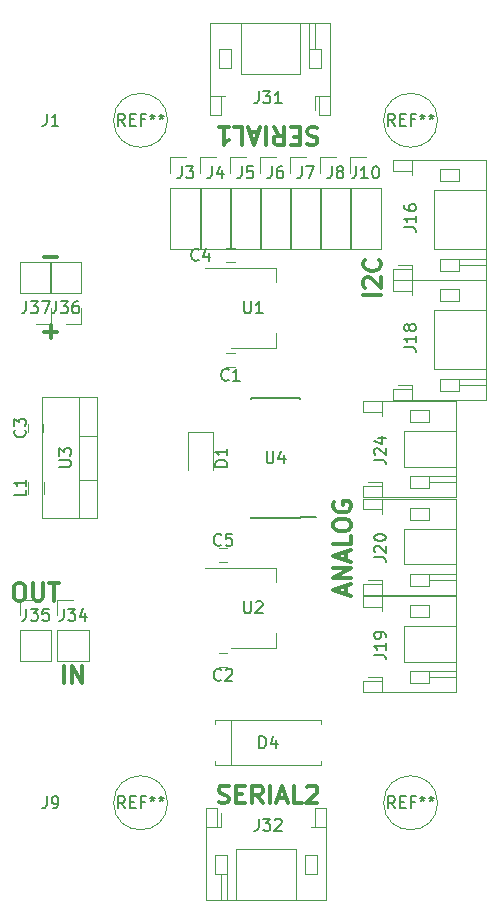
<source format=gbr>
G04 #@! TF.FileFunction,Legend,Top*
%FSLAX46Y46*%
G04 Gerber Fmt 4.6, Leading zero omitted, Abs format (unit mm)*
G04 Created by KiCad (PCBNEW 4.0.7) date 09/14/18 14:53:24*
%MOMM*%
%LPD*%
G01*
G04 APERTURE LIST*
%ADD10C,0.100000*%
%ADD11C,0.300000*%
%ADD12C,0.120000*%
%ADD13C,0.150000*%
G04 APERTURE END LIST*
D10*
D11*
X94246429Y-105382143D02*
X94460715Y-105453571D01*
X94817858Y-105453571D01*
X94960715Y-105382143D01*
X95032144Y-105310714D01*
X95103572Y-105167857D01*
X95103572Y-105025000D01*
X95032144Y-104882143D01*
X94960715Y-104810714D01*
X94817858Y-104739286D01*
X94532144Y-104667857D01*
X94389286Y-104596429D01*
X94317858Y-104525000D01*
X94246429Y-104382143D01*
X94246429Y-104239286D01*
X94317858Y-104096429D01*
X94389286Y-104025000D01*
X94532144Y-103953571D01*
X94889286Y-103953571D01*
X95103572Y-104025000D01*
X95746429Y-104667857D02*
X96246429Y-104667857D01*
X96460715Y-105453571D02*
X95746429Y-105453571D01*
X95746429Y-103953571D01*
X96460715Y-103953571D01*
X97960715Y-105453571D02*
X97460715Y-104739286D01*
X97103572Y-105453571D02*
X97103572Y-103953571D01*
X97675000Y-103953571D01*
X97817858Y-104025000D01*
X97889286Y-104096429D01*
X97960715Y-104239286D01*
X97960715Y-104453571D01*
X97889286Y-104596429D01*
X97817858Y-104667857D01*
X97675000Y-104739286D01*
X97103572Y-104739286D01*
X98603572Y-105453571D02*
X98603572Y-103953571D01*
X99246429Y-105025000D02*
X99960715Y-105025000D01*
X99103572Y-105453571D02*
X99603572Y-103953571D01*
X100103572Y-105453571D01*
X101317858Y-105453571D02*
X100603572Y-105453571D01*
X100603572Y-103953571D01*
X101746429Y-104096429D02*
X101817858Y-104025000D01*
X101960715Y-103953571D01*
X102317858Y-103953571D01*
X102460715Y-104025000D01*
X102532144Y-104096429D01*
X102603572Y-104239286D01*
X102603572Y-104382143D01*
X102532144Y-104596429D01*
X101675001Y-105453571D01*
X102603572Y-105453571D01*
X102603571Y-48287857D02*
X102389285Y-48216429D01*
X102032142Y-48216429D01*
X101889285Y-48287857D01*
X101817856Y-48359286D01*
X101746428Y-48502143D01*
X101746428Y-48645000D01*
X101817856Y-48787857D01*
X101889285Y-48859286D01*
X102032142Y-48930714D01*
X102317856Y-49002143D01*
X102460714Y-49073571D01*
X102532142Y-49145000D01*
X102603571Y-49287857D01*
X102603571Y-49430714D01*
X102532142Y-49573571D01*
X102460714Y-49645000D01*
X102317856Y-49716429D01*
X101960714Y-49716429D01*
X101746428Y-49645000D01*
X101103571Y-49002143D02*
X100603571Y-49002143D01*
X100389285Y-48216429D02*
X101103571Y-48216429D01*
X101103571Y-49716429D01*
X100389285Y-49716429D01*
X98889285Y-48216429D02*
X99389285Y-48930714D01*
X99746428Y-48216429D02*
X99746428Y-49716429D01*
X99175000Y-49716429D01*
X99032142Y-49645000D01*
X98960714Y-49573571D01*
X98889285Y-49430714D01*
X98889285Y-49216429D01*
X98960714Y-49073571D01*
X99032142Y-49002143D01*
X99175000Y-48930714D01*
X99746428Y-48930714D01*
X98246428Y-48216429D02*
X98246428Y-49716429D01*
X97603571Y-48645000D02*
X96889285Y-48645000D01*
X97746428Y-48216429D02*
X97246428Y-49716429D01*
X96746428Y-48216429D01*
X95532142Y-48216429D02*
X96246428Y-48216429D01*
X96246428Y-49716429D01*
X94246428Y-48216429D02*
X95103571Y-48216429D01*
X94674999Y-48216429D02*
X94674999Y-49716429D01*
X94817856Y-49502143D01*
X94960714Y-49359286D01*
X95103571Y-49287857D01*
X105025000Y-87748572D02*
X105025000Y-87034286D01*
X105453571Y-87891429D02*
X103953571Y-87391429D01*
X105453571Y-86891429D01*
X105453571Y-86391429D02*
X103953571Y-86391429D01*
X105453571Y-85534286D01*
X103953571Y-85534286D01*
X105025000Y-84891429D02*
X105025000Y-84177143D01*
X105453571Y-85034286D02*
X103953571Y-84534286D01*
X105453571Y-84034286D01*
X105453571Y-82820000D02*
X105453571Y-83534286D01*
X103953571Y-83534286D01*
X103953571Y-82034286D02*
X103953571Y-81748572D01*
X104025000Y-81605714D01*
X104167857Y-81462857D01*
X104453571Y-81391429D01*
X104953571Y-81391429D01*
X105239286Y-81462857D01*
X105382143Y-81605714D01*
X105453571Y-81748572D01*
X105453571Y-82034286D01*
X105382143Y-82177143D01*
X105239286Y-82320000D01*
X104953571Y-82391429D01*
X104453571Y-82391429D01*
X104167857Y-82320000D01*
X104025000Y-82177143D01*
X103953571Y-82034286D01*
X104025000Y-79962857D02*
X103953571Y-80105714D01*
X103953571Y-80320000D01*
X104025000Y-80534285D01*
X104167857Y-80677143D01*
X104310714Y-80748571D01*
X104596429Y-80820000D01*
X104810714Y-80820000D01*
X105096429Y-80748571D01*
X105239286Y-80677143D01*
X105382143Y-80534285D01*
X105453571Y-80320000D01*
X105453571Y-80177143D01*
X105382143Y-79962857D01*
X105310714Y-79891428D01*
X104810714Y-79891428D01*
X104810714Y-80177143D01*
X107993571Y-62424285D02*
X106493571Y-62424285D01*
X106636429Y-61781428D02*
X106565000Y-61709999D01*
X106493571Y-61567142D01*
X106493571Y-61209999D01*
X106565000Y-61067142D01*
X106636429Y-60995713D01*
X106779286Y-60924285D01*
X106922143Y-60924285D01*
X107136429Y-60995713D01*
X107993571Y-61852856D01*
X107993571Y-60924285D01*
X107850714Y-59424285D02*
X107922143Y-59495714D01*
X107993571Y-59710000D01*
X107993571Y-59852857D01*
X107922143Y-60067142D01*
X107779286Y-60210000D01*
X107636429Y-60281428D01*
X107350714Y-60352857D01*
X107136429Y-60352857D01*
X106850714Y-60281428D01*
X106707857Y-60210000D01*
X106565000Y-60067142D01*
X106493571Y-59852857D01*
X106493571Y-59710000D01*
X106565000Y-59495714D01*
X106636429Y-59424285D01*
X79438572Y-65512143D02*
X80581429Y-65512143D01*
X80010000Y-66083571D02*
X80010000Y-64940714D01*
X79438572Y-59162143D02*
X80581429Y-59162143D01*
X81129286Y-95293571D02*
X81129286Y-93793571D01*
X81843572Y-95293571D02*
X81843572Y-93793571D01*
X82700715Y-95293571D01*
X82700715Y-93793571D01*
X77240000Y-86808571D02*
X77525714Y-86808571D01*
X77668572Y-86880000D01*
X77811429Y-87022857D01*
X77882857Y-87308571D01*
X77882857Y-87808571D01*
X77811429Y-88094286D01*
X77668572Y-88237143D01*
X77525714Y-88308571D01*
X77240000Y-88308571D01*
X77097143Y-88237143D01*
X76954286Y-88094286D01*
X76882857Y-87808571D01*
X76882857Y-87308571D01*
X76954286Y-87022857D01*
X77097143Y-86880000D01*
X77240000Y-86808571D01*
X78525715Y-86808571D02*
X78525715Y-88022857D01*
X78597143Y-88165714D01*
X78668572Y-88237143D01*
X78811429Y-88308571D01*
X79097143Y-88308571D01*
X79240001Y-88237143D01*
X79311429Y-88165714D01*
X79382858Y-88022857D01*
X79382858Y-86808571D01*
X79882858Y-86808571D02*
X80740001Y-86808571D01*
X80311430Y-88308571D02*
X80311430Y-86808571D01*
D12*
X112776000Y-105410000D02*
G75*
G03X112776000Y-105410000I-2286000J0D01*
G01*
X89916000Y-105410000D02*
G75*
G03X89916000Y-105410000I-2286000J0D01*
G01*
X89916000Y-47625000D02*
G75*
G03X89916000Y-47625000I-2286000J0D01*
G01*
X112776000Y-47625000D02*
G75*
G03X112776000Y-47625000I-2286000J0D01*
G01*
X95600000Y-68545000D02*
X94900000Y-68545000D01*
X94900000Y-67345000D02*
X95600000Y-67345000D01*
X94965000Y-93945000D02*
X94265000Y-93945000D01*
X94265000Y-92745000D02*
X94965000Y-92745000D01*
X78140000Y-74010000D02*
X78140000Y-73310000D01*
X79340000Y-73310000D02*
X79340000Y-74010000D01*
X94900000Y-58455000D02*
X95600000Y-58455000D01*
X95600000Y-59655000D02*
X94900000Y-59655000D01*
X94265000Y-83855000D02*
X94965000Y-83855000D01*
X94965000Y-85055000D02*
X94265000Y-85055000D01*
X93770000Y-74000000D02*
X91650000Y-74000000D01*
X93770000Y-77200000D02*
X93770000Y-74000000D01*
X91650000Y-74000000D02*
X91650000Y-77200000D01*
X93915000Y-98750000D02*
X93915000Y-98420000D01*
X93915000Y-98420000D02*
X102935000Y-98420000D01*
X102935000Y-98420000D02*
X102935000Y-98750000D01*
X93915000Y-101910000D02*
X93915000Y-102240000D01*
X93915000Y-102240000D02*
X102935000Y-102240000D01*
X102935000Y-102240000D02*
X102935000Y-101910000D01*
X95310000Y-98420000D02*
X95310000Y-102240000D01*
X116840000Y-58555000D02*
X112490000Y-58555000D01*
X112490000Y-58555000D02*
X112490000Y-53555000D01*
X112490000Y-53555000D02*
X116840000Y-53555000D01*
X110640000Y-59855000D02*
X110640000Y-60205000D01*
X110640000Y-60205000D02*
X109040000Y-60205000D01*
X109040000Y-60205000D02*
X109040000Y-61105000D01*
X109040000Y-61105000D02*
X116840000Y-61105000D01*
X116840000Y-61105000D02*
X116840000Y-51005000D01*
X116840000Y-51005000D02*
X109040000Y-51005000D01*
X109040000Y-51005000D02*
X109040000Y-51905000D01*
X109040000Y-51905000D02*
X110640000Y-51905000D01*
X110640000Y-51905000D02*
X110640000Y-52255000D01*
X110640000Y-61105000D02*
X110640000Y-60205000D01*
X110640000Y-51005000D02*
X110640000Y-51905000D01*
X112990000Y-60355000D02*
X114590000Y-60355000D01*
X114590000Y-60355000D02*
X114590000Y-59355000D01*
X114590000Y-59355000D02*
X112990000Y-59355000D01*
X112990000Y-59355000D02*
X112990000Y-60355000D01*
X112990000Y-51755000D02*
X114590000Y-51755000D01*
X114590000Y-51755000D02*
X114590000Y-52755000D01*
X114590000Y-52755000D02*
X112990000Y-52755000D01*
X112990000Y-52755000D02*
X112990000Y-51755000D01*
X114590000Y-59355000D02*
X116840000Y-59355000D01*
X114590000Y-59855000D02*
X116840000Y-59855000D01*
X110640000Y-59855000D02*
X109440000Y-59855000D01*
X116840000Y-68715000D02*
X112490000Y-68715000D01*
X112490000Y-68715000D02*
X112490000Y-63715000D01*
X112490000Y-63715000D02*
X116840000Y-63715000D01*
X110640000Y-70015000D02*
X110640000Y-70365000D01*
X110640000Y-70365000D02*
X109040000Y-70365000D01*
X109040000Y-70365000D02*
X109040000Y-71265000D01*
X109040000Y-71265000D02*
X116840000Y-71265000D01*
X116840000Y-71265000D02*
X116840000Y-61165000D01*
X116840000Y-61165000D02*
X109040000Y-61165000D01*
X109040000Y-61165000D02*
X109040000Y-62065000D01*
X109040000Y-62065000D02*
X110640000Y-62065000D01*
X110640000Y-62065000D02*
X110640000Y-62415000D01*
X110640000Y-71265000D02*
X110640000Y-70365000D01*
X110640000Y-61165000D02*
X110640000Y-62065000D01*
X112990000Y-70515000D02*
X114590000Y-70515000D01*
X114590000Y-70515000D02*
X114590000Y-69515000D01*
X114590000Y-69515000D02*
X112990000Y-69515000D01*
X112990000Y-69515000D02*
X112990000Y-70515000D01*
X112990000Y-61915000D02*
X114590000Y-61915000D01*
X114590000Y-61915000D02*
X114590000Y-62915000D01*
X114590000Y-62915000D02*
X112990000Y-62915000D01*
X112990000Y-62915000D02*
X112990000Y-61915000D01*
X114590000Y-69515000D02*
X116840000Y-69515000D01*
X114590000Y-70015000D02*
X116840000Y-70015000D01*
X110640000Y-70015000D02*
X109440000Y-70015000D01*
X114300000Y-93480000D02*
X109950000Y-93480000D01*
X109950000Y-93480000D02*
X109950000Y-90480000D01*
X109950000Y-90480000D02*
X114300000Y-90480000D01*
X108100000Y-94780000D02*
X108100000Y-95130000D01*
X108100000Y-95130000D02*
X106500000Y-95130000D01*
X106500000Y-95130000D02*
X106500000Y-96030000D01*
X106500000Y-96030000D02*
X114300000Y-96030000D01*
X114300000Y-96030000D02*
X114300000Y-87930000D01*
X114300000Y-87930000D02*
X106500000Y-87930000D01*
X106500000Y-87930000D02*
X106500000Y-88830000D01*
X106500000Y-88830000D02*
X108100000Y-88830000D01*
X108100000Y-88830000D02*
X108100000Y-89180000D01*
X108100000Y-96030000D02*
X108100000Y-95130000D01*
X108100000Y-87930000D02*
X108100000Y-88830000D01*
X110450000Y-95280000D02*
X112050000Y-95280000D01*
X112050000Y-95280000D02*
X112050000Y-94280000D01*
X112050000Y-94280000D02*
X110450000Y-94280000D01*
X110450000Y-94280000D02*
X110450000Y-95280000D01*
X110450000Y-88680000D02*
X112050000Y-88680000D01*
X112050000Y-88680000D02*
X112050000Y-89680000D01*
X112050000Y-89680000D02*
X110450000Y-89680000D01*
X110450000Y-89680000D02*
X110450000Y-88680000D01*
X112050000Y-94280000D02*
X114300000Y-94280000D01*
X112050000Y-94780000D02*
X114300000Y-94780000D01*
X108100000Y-94780000D02*
X106900000Y-94780000D01*
X114300000Y-85225000D02*
X109950000Y-85225000D01*
X109950000Y-85225000D02*
X109950000Y-82225000D01*
X109950000Y-82225000D02*
X114300000Y-82225000D01*
X108100000Y-86525000D02*
X108100000Y-86875000D01*
X108100000Y-86875000D02*
X106500000Y-86875000D01*
X106500000Y-86875000D02*
X106500000Y-87775000D01*
X106500000Y-87775000D02*
X114300000Y-87775000D01*
X114300000Y-87775000D02*
X114300000Y-79675000D01*
X114300000Y-79675000D02*
X106500000Y-79675000D01*
X106500000Y-79675000D02*
X106500000Y-80575000D01*
X106500000Y-80575000D02*
X108100000Y-80575000D01*
X108100000Y-80575000D02*
X108100000Y-80925000D01*
X108100000Y-87775000D02*
X108100000Y-86875000D01*
X108100000Y-79675000D02*
X108100000Y-80575000D01*
X110450000Y-87025000D02*
X112050000Y-87025000D01*
X112050000Y-87025000D02*
X112050000Y-86025000D01*
X112050000Y-86025000D02*
X110450000Y-86025000D01*
X110450000Y-86025000D02*
X110450000Y-87025000D01*
X110450000Y-80425000D02*
X112050000Y-80425000D01*
X112050000Y-80425000D02*
X112050000Y-81425000D01*
X112050000Y-81425000D02*
X110450000Y-81425000D01*
X110450000Y-81425000D02*
X110450000Y-80425000D01*
X112050000Y-86025000D02*
X114300000Y-86025000D01*
X112050000Y-86525000D02*
X114300000Y-86525000D01*
X108100000Y-86525000D02*
X106900000Y-86525000D01*
X114300000Y-76970000D02*
X109950000Y-76970000D01*
X109950000Y-76970000D02*
X109950000Y-73970000D01*
X109950000Y-73970000D02*
X114300000Y-73970000D01*
X108100000Y-78270000D02*
X108100000Y-78620000D01*
X108100000Y-78620000D02*
X106500000Y-78620000D01*
X106500000Y-78620000D02*
X106500000Y-79520000D01*
X106500000Y-79520000D02*
X114300000Y-79520000D01*
X114300000Y-79520000D02*
X114300000Y-71420000D01*
X114300000Y-71420000D02*
X106500000Y-71420000D01*
X106500000Y-71420000D02*
X106500000Y-72320000D01*
X106500000Y-72320000D02*
X108100000Y-72320000D01*
X108100000Y-72320000D02*
X108100000Y-72670000D01*
X108100000Y-79520000D02*
X108100000Y-78620000D01*
X108100000Y-71420000D02*
X108100000Y-72320000D01*
X110450000Y-78770000D02*
X112050000Y-78770000D01*
X112050000Y-78770000D02*
X112050000Y-77770000D01*
X112050000Y-77770000D02*
X110450000Y-77770000D01*
X110450000Y-77770000D02*
X110450000Y-78770000D01*
X110450000Y-72170000D02*
X112050000Y-72170000D01*
X112050000Y-72170000D02*
X112050000Y-73170000D01*
X112050000Y-73170000D02*
X110450000Y-73170000D01*
X110450000Y-73170000D02*
X110450000Y-72170000D01*
X112050000Y-77770000D02*
X114300000Y-77770000D01*
X112050000Y-78270000D02*
X114300000Y-78270000D01*
X108100000Y-78270000D02*
X106900000Y-78270000D01*
X101100000Y-39370000D02*
X101100000Y-43720000D01*
X101100000Y-43720000D02*
X96100000Y-43720000D01*
X96100000Y-43720000D02*
X96100000Y-39370000D01*
X102400000Y-45570000D02*
X102750000Y-45570000D01*
X102750000Y-45570000D02*
X102750000Y-47170000D01*
X102750000Y-47170000D02*
X103650000Y-47170000D01*
X103650000Y-47170000D02*
X103650000Y-39370000D01*
X103650000Y-39370000D02*
X93550000Y-39370000D01*
X93550000Y-39370000D02*
X93550000Y-47170000D01*
X93550000Y-47170000D02*
X94450000Y-47170000D01*
X94450000Y-47170000D02*
X94450000Y-45570000D01*
X94450000Y-45570000D02*
X94800000Y-45570000D01*
X103650000Y-45570000D02*
X102750000Y-45570000D01*
X93550000Y-45570000D02*
X94450000Y-45570000D01*
X102900000Y-43220000D02*
X102900000Y-41620000D01*
X102900000Y-41620000D02*
X101900000Y-41620000D01*
X101900000Y-41620000D02*
X101900000Y-43220000D01*
X101900000Y-43220000D02*
X102900000Y-43220000D01*
X94300000Y-43220000D02*
X94300000Y-41620000D01*
X94300000Y-41620000D02*
X95300000Y-41620000D01*
X95300000Y-41620000D02*
X95300000Y-43220000D01*
X95300000Y-43220000D02*
X94300000Y-43220000D01*
X101900000Y-41620000D02*
X101900000Y-39370000D01*
X102400000Y-41620000D02*
X102400000Y-39370000D01*
X102400000Y-45570000D02*
X102400000Y-46770000D01*
X95750000Y-113665000D02*
X95750000Y-109315000D01*
X95750000Y-109315000D02*
X100750000Y-109315000D01*
X100750000Y-109315000D02*
X100750000Y-113665000D01*
X94450000Y-107465000D02*
X94100000Y-107465000D01*
X94100000Y-107465000D02*
X94100000Y-105865000D01*
X94100000Y-105865000D02*
X93200000Y-105865000D01*
X93200000Y-105865000D02*
X93200000Y-113665000D01*
X93200000Y-113665000D02*
X103300000Y-113665000D01*
X103300000Y-113665000D02*
X103300000Y-105865000D01*
X103300000Y-105865000D02*
X102400000Y-105865000D01*
X102400000Y-105865000D02*
X102400000Y-107465000D01*
X102400000Y-107465000D02*
X102050000Y-107465000D01*
X93200000Y-107465000D02*
X94100000Y-107465000D01*
X103300000Y-107465000D02*
X102400000Y-107465000D01*
X93950000Y-109815000D02*
X93950000Y-111415000D01*
X93950000Y-111415000D02*
X94950000Y-111415000D01*
X94950000Y-111415000D02*
X94950000Y-109815000D01*
X94950000Y-109815000D02*
X93950000Y-109815000D01*
X102550000Y-109815000D02*
X102550000Y-111415000D01*
X102550000Y-111415000D02*
X101550000Y-111415000D01*
X101550000Y-111415000D02*
X101550000Y-109815000D01*
X101550000Y-109815000D02*
X102550000Y-109815000D01*
X94950000Y-111415000D02*
X94950000Y-113665000D01*
X94450000Y-111415000D02*
X94450000Y-113665000D01*
X94450000Y-107465000D02*
X94450000Y-106265000D01*
X82610000Y-59630000D02*
X79950000Y-59630000D01*
X82610000Y-62230000D02*
X82610000Y-59630000D01*
X79950000Y-62230000D02*
X79950000Y-59630000D01*
X82610000Y-62230000D02*
X79950000Y-62230000D01*
X82610000Y-63500000D02*
X82610000Y-64830000D01*
X82610000Y-64830000D02*
X81280000Y-64830000D01*
X80070000Y-59630000D02*
X77410000Y-59630000D01*
X80070000Y-62230000D02*
X80070000Y-59630000D01*
X77410000Y-62230000D02*
X77410000Y-59630000D01*
X80070000Y-62230000D02*
X77410000Y-62230000D01*
X80070000Y-63500000D02*
X80070000Y-64830000D01*
X80070000Y-64830000D02*
X78740000Y-64830000D01*
X78060000Y-79240000D02*
X78060000Y-78240000D01*
X79420000Y-78240000D02*
X79420000Y-79240000D01*
X99065000Y-66910000D02*
X99065000Y-65650000D01*
X99065000Y-60090000D02*
X99065000Y-61350000D01*
X95305000Y-66910000D02*
X99065000Y-66910000D01*
X93055000Y-60090000D02*
X99065000Y-60090000D01*
X99065000Y-92310000D02*
X99065000Y-91050000D01*
X99065000Y-85490000D02*
X99065000Y-86750000D01*
X95305000Y-92310000D02*
X99065000Y-92310000D01*
X93055000Y-85490000D02*
X99065000Y-85490000D01*
X83900000Y-71080000D02*
X83900000Y-81320000D01*
X79259000Y-71080000D02*
X79259000Y-81320000D01*
X83900000Y-71080000D02*
X79259000Y-71080000D01*
X83900000Y-81320000D02*
X79259000Y-81320000D01*
X82390000Y-71080000D02*
X82390000Y-81320000D01*
X83900000Y-74350000D02*
X82390000Y-74350000D01*
X83900000Y-78051000D02*
X82390000Y-78051000D01*
D13*
X101135000Y-81275000D02*
X101135000Y-81250000D01*
X96985000Y-81275000D02*
X96985000Y-81170000D01*
X96985000Y-71125000D02*
X96985000Y-71230000D01*
X101135000Y-71125000D02*
X101135000Y-71230000D01*
X101135000Y-81275000D02*
X96985000Y-81275000D01*
X101135000Y-71125000D02*
X96985000Y-71125000D01*
X101135000Y-81250000D02*
X102510000Y-81250000D01*
D12*
X80585000Y-93405000D02*
X83245000Y-93405000D01*
X80585000Y-90805000D02*
X80585000Y-93405000D01*
X83245000Y-90805000D02*
X83245000Y-93405000D01*
X80585000Y-90805000D02*
X83245000Y-90805000D01*
X80585000Y-89535000D02*
X80585000Y-88205000D01*
X80585000Y-88205000D02*
X81915000Y-88205000D01*
X77410000Y-93405000D02*
X80070000Y-93405000D01*
X77410000Y-90805000D02*
X77410000Y-93405000D01*
X80070000Y-90805000D02*
X80070000Y-93405000D01*
X77410000Y-90805000D02*
X80070000Y-90805000D01*
X77410000Y-89535000D02*
X77410000Y-88205000D01*
X77410000Y-88205000D02*
X78740000Y-88205000D01*
X90110000Y-58480000D02*
X92770000Y-58480000D01*
X90110000Y-53340000D02*
X90110000Y-58480000D01*
X92770000Y-53340000D02*
X92770000Y-58480000D01*
X90110000Y-53340000D02*
X92770000Y-53340000D01*
X90110000Y-52070000D02*
X90110000Y-50740000D01*
X90110000Y-50740000D02*
X91440000Y-50740000D01*
X92650000Y-58480000D02*
X95310000Y-58480000D01*
X92650000Y-53340000D02*
X92650000Y-58480000D01*
X95310000Y-53340000D02*
X95310000Y-58480000D01*
X92650000Y-53340000D02*
X95310000Y-53340000D01*
X92650000Y-52070000D02*
X92650000Y-50740000D01*
X92650000Y-50740000D02*
X93980000Y-50740000D01*
X95190000Y-58480000D02*
X97850000Y-58480000D01*
X95190000Y-53340000D02*
X95190000Y-58480000D01*
X97850000Y-53340000D02*
X97850000Y-58480000D01*
X95190000Y-53340000D02*
X97850000Y-53340000D01*
X95190000Y-52070000D02*
X95190000Y-50740000D01*
X95190000Y-50740000D02*
X96520000Y-50740000D01*
X97730000Y-58480000D02*
X100390000Y-58480000D01*
X97730000Y-53340000D02*
X97730000Y-58480000D01*
X100390000Y-53340000D02*
X100390000Y-58480000D01*
X97730000Y-53340000D02*
X100390000Y-53340000D01*
X97730000Y-52070000D02*
X97730000Y-50740000D01*
X97730000Y-50740000D02*
X99060000Y-50740000D01*
X100270000Y-58480000D02*
X102930000Y-58480000D01*
X100270000Y-53340000D02*
X100270000Y-58480000D01*
X102930000Y-53340000D02*
X102930000Y-58480000D01*
X100270000Y-53340000D02*
X102930000Y-53340000D01*
X100270000Y-52070000D02*
X100270000Y-50740000D01*
X100270000Y-50740000D02*
X101600000Y-50740000D01*
X102810000Y-58480000D02*
X105470000Y-58480000D01*
X102810000Y-53340000D02*
X102810000Y-58480000D01*
X105470000Y-53340000D02*
X105470000Y-58480000D01*
X102810000Y-53340000D02*
X105470000Y-53340000D01*
X102810000Y-52070000D02*
X102810000Y-50740000D01*
X102810000Y-50740000D02*
X104140000Y-50740000D01*
X105350000Y-58480000D02*
X108010000Y-58480000D01*
X105350000Y-53340000D02*
X105350000Y-58480000D01*
X108010000Y-53340000D02*
X108010000Y-58480000D01*
X105350000Y-53340000D02*
X108010000Y-53340000D01*
X105350000Y-52070000D02*
X105350000Y-50740000D01*
X105350000Y-50740000D02*
X106680000Y-50740000D01*
D13*
X109156667Y-105862381D02*
X108823333Y-105386190D01*
X108585238Y-105862381D02*
X108585238Y-104862381D01*
X108966191Y-104862381D01*
X109061429Y-104910000D01*
X109109048Y-104957619D01*
X109156667Y-105052857D01*
X109156667Y-105195714D01*
X109109048Y-105290952D01*
X109061429Y-105338571D01*
X108966191Y-105386190D01*
X108585238Y-105386190D01*
X109585238Y-105338571D02*
X109918572Y-105338571D01*
X110061429Y-105862381D02*
X109585238Y-105862381D01*
X109585238Y-104862381D01*
X110061429Y-104862381D01*
X110823334Y-105338571D02*
X110490000Y-105338571D01*
X110490000Y-105862381D02*
X110490000Y-104862381D01*
X110966191Y-104862381D01*
X111490000Y-104862381D02*
X111490000Y-105100476D01*
X111251905Y-105005238D02*
X111490000Y-105100476D01*
X111728096Y-105005238D01*
X111347143Y-105290952D02*
X111490000Y-105100476D01*
X111632858Y-105290952D01*
X112251905Y-104862381D02*
X112251905Y-105100476D01*
X112013810Y-105005238D02*
X112251905Y-105100476D01*
X112490001Y-105005238D01*
X112109048Y-105290952D02*
X112251905Y-105100476D01*
X112394763Y-105290952D01*
X86296667Y-105862381D02*
X85963333Y-105386190D01*
X85725238Y-105862381D02*
X85725238Y-104862381D01*
X86106191Y-104862381D01*
X86201429Y-104910000D01*
X86249048Y-104957619D01*
X86296667Y-105052857D01*
X86296667Y-105195714D01*
X86249048Y-105290952D01*
X86201429Y-105338571D01*
X86106191Y-105386190D01*
X85725238Y-105386190D01*
X86725238Y-105338571D02*
X87058572Y-105338571D01*
X87201429Y-105862381D02*
X86725238Y-105862381D01*
X86725238Y-104862381D01*
X87201429Y-104862381D01*
X87963334Y-105338571D02*
X87630000Y-105338571D01*
X87630000Y-105862381D02*
X87630000Y-104862381D01*
X88106191Y-104862381D01*
X88630000Y-104862381D02*
X88630000Y-105100476D01*
X88391905Y-105005238D02*
X88630000Y-105100476D01*
X88868096Y-105005238D01*
X88487143Y-105290952D02*
X88630000Y-105100476D01*
X88772858Y-105290952D01*
X89391905Y-104862381D02*
X89391905Y-105100476D01*
X89153810Y-105005238D02*
X89391905Y-105100476D01*
X89630001Y-105005238D01*
X89249048Y-105290952D02*
X89391905Y-105100476D01*
X89534763Y-105290952D01*
X86296667Y-48077381D02*
X85963333Y-47601190D01*
X85725238Y-48077381D02*
X85725238Y-47077381D01*
X86106191Y-47077381D01*
X86201429Y-47125000D01*
X86249048Y-47172619D01*
X86296667Y-47267857D01*
X86296667Y-47410714D01*
X86249048Y-47505952D01*
X86201429Y-47553571D01*
X86106191Y-47601190D01*
X85725238Y-47601190D01*
X86725238Y-47553571D02*
X87058572Y-47553571D01*
X87201429Y-48077381D02*
X86725238Y-48077381D01*
X86725238Y-47077381D01*
X87201429Y-47077381D01*
X87963334Y-47553571D02*
X87630000Y-47553571D01*
X87630000Y-48077381D02*
X87630000Y-47077381D01*
X88106191Y-47077381D01*
X88630000Y-47077381D02*
X88630000Y-47315476D01*
X88391905Y-47220238D02*
X88630000Y-47315476D01*
X88868096Y-47220238D01*
X88487143Y-47505952D02*
X88630000Y-47315476D01*
X88772858Y-47505952D01*
X89391905Y-47077381D02*
X89391905Y-47315476D01*
X89153810Y-47220238D02*
X89391905Y-47315476D01*
X89630001Y-47220238D01*
X89249048Y-47505952D02*
X89391905Y-47315476D01*
X89534763Y-47505952D01*
X109156667Y-48077381D02*
X108823333Y-47601190D01*
X108585238Y-48077381D02*
X108585238Y-47077381D01*
X108966191Y-47077381D01*
X109061429Y-47125000D01*
X109109048Y-47172619D01*
X109156667Y-47267857D01*
X109156667Y-47410714D01*
X109109048Y-47505952D01*
X109061429Y-47553571D01*
X108966191Y-47601190D01*
X108585238Y-47601190D01*
X109585238Y-47553571D02*
X109918572Y-47553571D01*
X110061429Y-48077381D02*
X109585238Y-48077381D01*
X109585238Y-47077381D01*
X110061429Y-47077381D01*
X110823334Y-47553571D02*
X110490000Y-47553571D01*
X110490000Y-48077381D02*
X110490000Y-47077381D01*
X110966191Y-47077381D01*
X111490000Y-47077381D02*
X111490000Y-47315476D01*
X111251905Y-47220238D02*
X111490000Y-47315476D01*
X111728096Y-47220238D01*
X111347143Y-47505952D02*
X111490000Y-47315476D01*
X111632858Y-47505952D01*
X112251905Y-47077381D02*
X112251905Y-47315476D01*
X112013810Y-47220238D02*
X112251905Y-47315476D01*
X112490001Y-47220238D01*
X112109048Y-47505952D02*
X112251905Y-47315476D01*
X112394763Y-47505952D01*
X95083334Y-69572143D02*
X95035715Y-69619762D01*
X94892858Y-69667381D01*
X94797620Y-69667381D01*
X94654762Y-69619762D01*
X94559524Y-69524524D01*
X94511905Y-69429286D01*
X94464286Y-69238810D01*
X94464286Y-69095952D01*
X94511905Y-68905476D01*
X94559524Y-68810238D01*
X94654762Y-68715000D01*
X94797620Y-68667381D01*
X94892858Y-68667381D01*
X95035715Y-68715000D01*
X95083334Y-68762619D01*
X96035715Y-69667381D02*
X95464286Y-69667381D01*
X95750000Y-69667381D02*
X95750000Y-68667381D01*
X95654762Y-68810238D01*
X95559524Y-68905476D01*
X95464286Y-68953095D01*
X94448334Y-94972143D02*
X94400715Y-95019762D01*
X94257858Y-95067381D01*
X94162620Y-95067381D01*
X94019762Y-95019762D01*
X93924524Y-94924524D01*
X93876905Y-94829286D01*
X93829286Y-94638810D01*
X93829286Y-94495952D01*
X93876905Y-94305476D01*
X93924524Y-94210238D01*
X94019762Y-94115000D01*
X94162620Y-94067381D01*
X94257858Y-94067381D01*
X94400715Y-94115000D01*
X94448334Y-94162619D01*
X94829286Y-94162619D02*
X94876905Y-94115000D01*
X94972143Y-94067381D01*
X95210239Y-94067381D01*
X95305477Y-94115000D01*
X95353096Y-94162619D01*
X95400715Y-94257857D01*
X95400715Y-94353095D01*
X95353096Y-94495952D01*
X94781667Y-95067381D01*
X95400715Y-95067381D01*
X77827143Y-73826666D02*
X77874762Y-73874285D01*
X77922381Y-74017142D01*
X77922381Y-74112380D01*
X77874762Y-74255238D01*
X77779524Y-74350476D01*
X77684286Y-74398095D01*
X77493810Y-74445714D01*
X77350952Y-74445714D01*
X77160476Y-74398095D01*
X77065238Y-74350476D01*
X76970000Y-74255238D01*
X76922381Y-74112380D01*
X76922381Y-74017142D01*
X76970000Y-73874285D01*
X77017619Y-73826666D01*
X76922381Y-73493333D02*
X76922381Y-72874285D01*
X77303333Y-73207619D01*
X77303333Y-73064761D01*
X77350952Y-72969523D01*
X77398571Y-72921904D01*
X77493810Y-72874285D01*
X77731905Y-72874285D01*
X77827143Y-72921904D01*
X77874762Y-72969523D01*
X77922381Y-73064761D01*
X77922381Y-73350476D01*
X77874762Y-73445714D01*
X77827143Y-73493333D01*
X92543334Y-59412143D02*
X92495715Y-59459762D01*
X92352858Y-59507381D01*
X92257620Y-59507381D01*
X92114762Y-59459762D01*
X92019524Y-59364524D01*
X91971905Y-59269286D01*
X91924286Y-59078810D01*
X91924286Y-58935952D01*
X91971905Y-58745476D01*
X92019524Y-58650238D01*
X92114762Y-58555000D01*
X92257620Y-58507381D01*
X92352858Y-58507381D01*
X92495715Y-58555000D01*
X92543334Y-58602619D01*
X93400477Y-58840714D02*
X93400477Y-59507381D01*
X93162381Y-58459762D02*
X92924286Y-59174048D01*
X93543334Y-59174048D01*
X94448334Y-83542143D02*
X94400715Y-83589762D01*
X94257858Y-83637381D01*
X94162620Y-83637381D01*
X94019762Y-83589762D01*
X93924524Y-83494524D01*
X93876905Y-83399286D01*
X93829286Y-83208810D01*
X93829286Y-83065952D01*
X93876905Y-82875476D01*
X93924524Y-82780238D01*
X94019762Y-82685000D01*
X94162620Y-82637381D01*
X94257858Y-82637381D01*
X94400715Y-82685000D01*
X94448334Y-82732619D01*
X95353096Y-82637381D02*
X94876905Y-82637381D01*
X94829286Y-83113571D01*
X94876905Y-83065952D01*
X94972143Y-83018333D01*
X95210239Y-83018333D01*
X95305477Y-83065952D01*
X95353096Y-83113571D01*
X95400715Y-83208810D01*
X95400715Y-83446905D01*
X95353096Y-83542143D01*
X95305477Y-83589762D01*
X95210239Y-83637381D01*
X94972143Y-83637381D01*
X94876905Y-83589762D01*
X94829286Y-83542143D01*
X94962381Y-76938095D02*
X93962381Y-76938095D01*
X93962381Y-76700000D01*
X94010000Y-76557142D01*
X94105238Y-76461904D01*
X94200476Y-76414285D01*
X94390952Y-76366666D01*
X94533810Y-76366666D01*
X94724286Y-76414285D01*
X94819524Y-76461904D01*
X94914762Y-76557142D01*
X94962381Y-76700000D01*
X94962381Y-76938095D01*
X94962381Y-75414285D02*
X94962381Y-75985714D01*
X94962381Y-75700000D02*
X93962381Y-75700000D01*
X94105238Y-75795238D01*
X94200476Y-75890476D01*
X94248095Y-75985714D01*
X97686905Y-100782381D02*
X97686905Y-99782381D01*
X97925000Y-99782381D01*
X98067858Y-99830000D01*
X98163096Y-99925238D01*
X98210715Y-100020476D01*
X98258334Y-100210952D01*
X98258334Y-100353810D01*
X98210715Y-100544286D01*
X98163096Y-100639524D01*
X98067858Y-100734762D01*
X97925000Y-100782381D01*
X97686905Y-100782381D01*
X99115477Y-100115714D02*
X99115477Y-100782381D01*
X98877381Y-99734762D02*
X98639286Y-100449048D01*
X99258334Y-100449048D01*
X79676667Y-47077381D02*
X79676667Y-47791667D01*
X79629047Y-47934524D01*
X79533809Y-48029762D01*
X79390952Y-48077381D01*
X79295714Y-48077381D01*
X80676667Y-48077381D02*
X80105238Y-48077381D01*
X80390952Y-48077381D02*
X80390952Y-47077381D01*
X80295714Y-47220238D01*
X80200476Y-47315476D01*
X80105238Y-47363095D01*
X79676667Y-104862381D02*
X79676667Y-105576667D01*
X79629047Y-105719524D01*
X79533809Y-105814762D01*
X79390952Y-105862381D01*
X79295714Y-105862381D01*
X80200476Y-105862381D02*
X80390952Y-105862381D01*
X80486191Y-105814762D01*
X80533810Y-105767143D01*
X80629048Y-105624286D01*
X80676667Y-105433810D01*
X80676667Y-105052857D01*
X80629048Y-104957619D01*
X80581429Y-104910000D01*
X80486191Y-104862381D01*
X80295714Y-104862381D01*
X80200476Y-104910000D01*
X80152857Y-104957619D01*
X80105238Y-105052857D01*
X80105238Y-105290952D01*
X80152857Y-105386190D01*
X80200476Y-105433810D01*
X80295714Y-105481429D01*
X80486191Y-105481429D01*
X80581429Y-105433810D01*
X80629048Y-105386190D01*
X80676667Y-105290952D01*
X109942381Y-56689523D02*
X110656667Y-56689523D01*
X110799524Y-56737143D01*
X110894762Y-56832381D01*
X110942381Y-56975238D01*
X110942381Y-57070476D01*
X110942381Y-55689523D02*
X110942381Y-56260952D01*
X110942381Y-55975238D02*
X109942381Y-55975238D01*
X110085238Y-56070476D01*
X110180476Y-56165714D01*
X110228095Y-56260952D01*
X109942381Y-54832380D02*
X109942381Y-55022857D01*
X109990000Y-55118095D01*
X110037619Y-55165714D01*
X110180476Y-55260952D01*
X110370952Y-55308571D01*
X110751905Y-55308571D01*
X110847143Y-55260952D01*
X110894762Y-55213333D01*
X110942381Y-55118095D01*
X110942381Y-54927618D01*
X110894762Y-54832380D01*
X110847143Y-54784761D01*
X110751905Y-54737142D01*
X110513810Y-54737142D01*
X110418571Y-54784761D01*
X110370952Y-54832380D01*
X110323333Y-54927618D01*
X110323333Y-55118095D01*
X110370952Y-55213333D01*
X110418571Y-55260952D01*
X110513810Y-55308571D01*
X109942381Y-66849523D02*
X110656667Y-66849523D01*
X110799524Y-66897143D01*
X110894762Y-66992381D01*
X110942381Y-67135238D01*
X110942381Y-67230476D01*
X110942381Y-65849523D02*
X110942381Y-66420952D01*
X110942381Y-66135238D02*
X109942381Y-66135238D01*
X110085238Y-66230476D01*
X110180476Y-66325714D01*
X110228095Y-66420952D01*
X110370952Y-65278095D02*
X110323333Y-65373333D01*
X110275714Y-65420952D01*
X110180476Y-65468571D01*
X110132857Y-65468571D01*
X110037619Y-65420952D01*
X109990000Y-65373333D01*
X109942381Y-65278095D01*
X109942381Y-65087618D01*
X109990000Y-64992380D01*
X110037619Y-64944761D01*
X110132857Y-64897142D01*
X110180476Y-64897142D01*
X110275714Y-64944761D01*
X110323333Y-64992380D01*
X110370952Y-65087618D01*
X110370952Y-65278095D01*
X110418571Y-65373333D01*
X110466190Y-65420952D01*
X110561429Y-65468571D01*
X110751905Y-65468571D01*
X110847143Y-65420952D01*
X110894762Y-65373333D01*
X110942381Y-65278095D01*
X110942381Y-65087618D01*
X110894762Y-64992380D01*
X110847143Y-64944761D01*
X110751905Y-64897142D01*
X110561429Y-64897142D01*
X110466190Y-64944761D01*
X110418571Y-64992380D01*
X110370952Y-65087618D01*
X107402381Y-92884523D02*
X108116667Y-92884523D01*
X108259524Y-92932143D01*
X108354762Y-93027381D01*
X108402381Y-93170238D01*
X108402381Y-93265476D01*
X108402381Y-91884523D02*
X108402381Y-92455952D01*
X108402381Y-92170238D02*
X107402381Y-92170238D01*
X107545238Y-92265476D01*
X107640476Y-92360714D01*
X107688095Y-92455952D01*
X108402381Y-91408333D02*
X108402381Y-91217857D01*
X108354762Y-91122618D01*
X108307143Y-91074999D01*
X108164286Y-90979761D01*
X107973810Y-90932142D01*
X107592857Y-90932142D01*
X107497619Y-90979761D01*
X107450000Y-91027380D01*
X107402381Y-91122618D01*
X107402381Y-91313095D01*
X107450000Y-91408333D01*
X107497619Y-91455952D01*
X107592857Y-91503571D01*
X107830952Y-91503571D01*
X107926190Y-91455952D01*
X107973810Y-91408333D01*
X108021429Y-91313095D01*
X108021429Y-91122618D01*
X107973810Y-91027380D01*
X107926190Y-90979761D01*
X107830952Y-90932142D01*
X107402381Y-84629523D02*
X108116667Y-84629523D01*
X108259524Y-84677143D01*
X108354762Y-84772381D01*
X108402381Y-84915238D01*
X108402381Y-85010476D01*
X107497619Y-84200952D02*
X107450000Y-84153333D01*
X107402381Y-84058095D01*
X107402381Y-83819999D01*
X107450000Y-83724761D01*
X107497619Y-83677142D01*
X107592857Y-83629523D01*
X107688095Y-83629523D01*
X107830952Y-83677142D01*
X108402381Y-84248571D01*
X108402381Y-83629523D01*
X107402381Y-83010476D02*
X107402381Y-82915237D01*
X107450000Y-82819999D01*
X107497619Y-82772380D01*
X107592857Y-82724761D01*
X107783333Y-82677142D01*
X108021429Y-82677142D01*
X108211905Y-82724761D01*
X108307143Y-82772380D01*
X108354762Y-82819999D01*
X108402381Y-82915237D01*
X108402381Y-83010476D01*
X108354762Y-83105714D01*
X108307143Y-83153333D01*
X108211905Y-83200952D01*
X108021429Y-83248571D01*
X107783333Y-83248571D01*
X107592857Y-83200952D01*
X107497619Y-83153333D01*
X107450000Y-83105714D01*
X107402381Y-83010476D01*
X107402381Y-76374523D02*
X108116667Y-76374523D01*
X108259524Y-76422143D01*
X108354762Y-76517381D01*
X108402381Y-76660238D01*
X108402381Y-76755476D01*
X107497619Y-75945952D02*
X107450000Y-75898333D01*
X107402381Y-75803095D01*
X107402381Y-75564999D01*
X107450000Y-75469761D01*
X107497619Y-75422142D01*
X107592857Y-75374523D01*
X107688095Y-75374523D01*
X107830952Y-75422142D01*
X108402381Y-75993571D01*
X108402381Y-75374523D01*
X107735714Y-74517380D02*
X108402381Y-74517380D01*
X107354762Y-74755476D02*
X108069048Y-74993571D01*
X108069048Y-74374523D01*
X97615477Y-45172381D02*
X97615477Y-45886667D01*
X97567857Y-46029524D01*
X97472619Y-46124762D01*
X97329762Y-46172381D01*
X97234524Y-46172381D01*
X97996429Y-45172381D02*
X98615477Y-45172381D01*
X98282143Y-45553333D01*
X98425001Y-45553333D01*
X98520239Y-45600952D01*
X98567858Y-45648571D01*
X98615477Y-45743810D01*
X98615477Y-45981905D01*
X98567858Y-46077143D01*
X98520239Y-46124762D01*
X98425001Y-46172381D01*
X98139286Y-46172381D01*
X98044048Y-46124762D01*
X97996429Y-46077143D01*
X99567858Y-46172381D02*
X98996429Y-46172381D01*
X99282143Y-46172381D02*
X99282143Y-45172381D01*
X99186905Y-45315238D01*
X99091667Y-45410476D01*
X98996429Y-45458095D01*
X97615477Y-106767381D02*
X97615477Y-107481667D01*
X97567857Y-107624524D01*
X97472619Y-107719762D01*
X97329762Y-107767381D01*
X97234524Y-107767381D01*
X97996429Y-106767381D02*
X98615477Y-106767381D01*
X98282143Y-107148333D01*
X98425001Y-107148333D01*
X98520239Y-107195952D01*
X98567858Y-107243571D01*
X98615477Y-107338810D01*
X98615477Y-107576905D01*
X98567858Y-107672143D01*
X98520239Y-107719762D01*
X98425001Y-107767381D01*
X98139286Y-107767381D01*
X98044048Y-107719762D01*
X97996429Y-107672143D01*
X98996429Y-106862619D02*
X99044048Y-106815000D01*
X99139286Y-106767381D01*
X99377382Y-106767381D01*
X99472620Y-106815000D01*
X99520239Y-106862619D01*
X99567858Y-106957857D01*
X99567858Y-107053095D01*
X99520239Y-107195952D01*
X98948810Y-107767381D01*
X99567858Y-107767381D01*
X80470477Y-62952381D02*
X80470477Y-63666667D01*
X80422857Y-63809524D01*
X80327619Y-63904762D01*
X80184762Y-63952381D01*
X80089524Y-63952381D01*
X80851429Y-62952381D02*
X81470477Y-62952381D01*
X81137143Y-63333333D01*
X81280001Y-63333333D01*
X81375239Y-63380952D01*
X81422858Y-63428571D01*
X81470477Y-63523810D01*
X81470477Y-63761905D01*
X81422858Y-63857143D01*
X81375239Y-63904762D01*
X81280001Y-63952381D01*
X80994286Y-63952381D01*
X80899048Y-63904762D01*
X80851429Y-63857143D01*
X82327620Y-62952381D02*
X82137143Y-62952381D01*
X82041905Y-63000000D01*
X81994286Y-63047619D01*
X81899048Y-63190476D01*
X81851429Y-63380952D01*
X81851429Y-63761905D01*
X81899048Y-63857143D01*
X81946667Y-63904762D01*
X82041905Y-63952381D01*
X82232382Y-63952381D01*
X82327620Y-63904762D01*
X82375239Y-63857143D01*
X82422858Y-63761905D01*
X82422858Y-63523810D01*
X82375239Y-63428571D01*
X82327620Y-63380952D01*
X82232382Y-63333333D01*
X82041905Y-63333333D01*
X81946667Y-63380952D01*
X81899048Y-63428571D01*
X81851429Y-63523810D01*
X77930477Y-62952381D02*
X77930477Y-63666667D01*
X77882857Y-63809524D01*
X77787619Y-63904762D01*
X77644762Y-63952381D01*
X77549524Y-63952381D01*
X78311429Y-62952381D02*
X78930477Y-62952381D01*
X78597143Y-63333333D01*
X78740001Y-63333333D01*
X78835239Y-63380952D01*
X78882858Y-63428571D01*
X78930477Y-63523810D01*
X78930477Y-63761905D01*
X78882858Y-63857143D01*
X78835239Y-63904762D01*
X78740001Y-63952381D01*
X78454286Y-63952381D01*
X78359048Y-63904762D01*
X78311429Y-63857143D01*
X79263810Y-62952381D02*
X79930477Y-62952381D01*
X79501905Y-63952381D01*
X77922381Y-78906666D02*
X77922381Y-79382857D01*
X76922381Y-79382857D01*
X77922381Y-78049523D02*
X77922381Y-78620952D01*
X77922381Y-78335238D02*
X76922381Y-78335238D01*
X77065238Y-78430476D01*
X77160476Y-78525714D01*
X77208095Y-78620952D01*
X96393095Y-62952381D02*
X96393095Y-63761905D01*
X96440714Y-63857143D01*
X96488333Y-63904762D01*
X96583571Y-63952381D01*
X96774048Y-63952381D01*
X96869286Y-63904762D01*
X96916905Y-63857143D01*
X96964524Y-63761905D01*
X96964524Y-62952381D01*
X97964524Y-63952381D02*
X97393095Y-63952381D01*
X97678809Y-63952381D02*
X97678809Y-62952381D01*
X97583571Y-63095238D01*
X97488333Y-63190476D01*
X97393095Y-63238095D01*
X96393095Y-88352381D02*
X96393095Y-89161905D01*
X96440714Y-89257143D01*
X96488333Y-89304762D01*
X96583571Y-89352381D01*
X96774048Y-89352381D01*
X96869286Y-89304762D01*
X96916905Y-89257143D01*
X96964524Y-89161905D01*
X96964524Y-88352381D01*
X97393095Y-88447619D02*
X97440714Y-88400000D01*
X97535952Y-88352381D01*
X97774048Y-88352381D01*
X97869286Y-88400000D01*
X97916905Y-88447619D01*
X97964524Y-88542857D01*
X97964524Y-88638095D01*
X97916905Y-88780952D01*
X97345476Y-89352381D01*
X97964524Y-89352381D01*
X80732381Y-76961905D02*
X81541905Y-76961905D01*
X81637143Y-76914286D01*
X81684762Y-76866667D01*
X81732381Y-76771429D01*
X81732381Y-76580952D01*
X81684762Y-76485714D01*
X81637143Y-76438095D01*
X81541905Y-76390476D01*
X80732381Y-76390476D01*
X80732381Y-76009524D02*
X80732381Y-75390476D01*
X81113333Y-75723810D01*
X81113333Y-75580952D01*
X81160952Y-75485714D01*
X81208571Y-75438095D01*
X81303810Y-75390476D01*
X81541905Y-75390476D01*
X81637143Y-75438095D01*
X81684762Y-75485714D01*
X81732381Y-75580952D01*
X81732381Y-75866667D01*
X81684762Y-75961905D01*
X81637143Y-76009524D01*
X98298095Y-75652381D02*
X98298095Y-76461905D01*
X98345714Y-76557143D01*
X98393333Y-76604762D01*
X98488571Y-76652381D01*
X98679048Y-76652381D01*
X98774286Y-76604762D01*
X98821905Y-76557143D01*
X98869524Y-76461905D01*
X98869524Y-75652381D01*
X99774286Y-75985714D02*
X99774286Y-76652381D01*
X99536190Y-75604762D02*
X99298095Y-76319048D01*
X99917143Y-76319048D01*
X81105477Y-88987381D02*
X81105477Y-89701667D01*
X81057857Y-89844524D01*
X80962619Y-89939762D01*
X80819762Y-89987381D01*
X80724524Y-89987381D01*
X81486429Y-88987381D02*
X82105477Y-88987381D01*
X81772143Y-89368333D01*
X81915001Y-89368333D01*
X82010239Y-89415952D01*
X82057858Y-89463571D01*
X82105477Y-89558810D01*
X82105477Y-89796905D01*
X82057858Y-89892143D01*
X82010239Y-89939762D01*
X81915001Y-89987381D01*
X81629286Y-89987381D01*
X81534048Y-89939762D01*
X81486429Y-89892143D01*
X82962620Y-89320714D02*
X82962620Y-89987381D01*
X82724524Y-88939762D02*
X82486429Y-89654048D01*
X83105477Y-89654048D01*
X77930477Y-88987381D02*
X77930477Y-89701667D01*
X77882857Y-89844524D01*
X77787619Y-89939762D01*
X77644762Y-89987381D01*
X77549524Y-89987381D01*
X78311429Y-88987381D02*
X78930477Y-88987381D01*
X78597143Y-89368333D01*
X78740001Y-89368333D01*
X78835239Y-89415952D01*
X78882858Y-89463571D01*
X78930477Y-89558810D01*
X78930477Y-89796905D01*
X78882858Y-89892143D01*
X78835239Y-89939762D01*
X78740001Y-89987381D01*
X78454286Y-89987381D01*
X78359048Y-89939762D01*
X78311429Y-89892143D01*
X79835239Y-88987381D02*
X79359048Y-88987381D01*
X79311429Y-89463571D01*
X79359048Y-89415952D01*
X79454286Y-89368333D01*
X79692382Y-89368333D01*
X79787620Y-89415952D01*
X79835239Y-89463571D01*
X79882858Y-89558810D01*
X79882858Y-89796905D01*
X79835239Y-89892143D01*
X79787620Y-89939762D01*
X79692382Y-89987381D01*
X79454286Y-89987381D01*
X79359048Y-89939762D01*
X79311429Y-89892143D01*
X91106667Y-51522381D02*
X91106667Y-52236667D01*
X91059047Y-52379524D01*
X90963809Y-52474762D01*
X90820952Y-52522381D01*
X90725714Y-52522381D01*
X91487619Y-51522381D02*
X92106667Y-51522381D01*
X91773333Y-51903333D01*
X91916191Y-51903333D01*
X92011429Y-51950952D01*
X92059048Y-51998571D01*
X92106667Y-52093810D01*
X92106667Y-52331905D01*
X92059048Y-52427143D01*
X92011429Y-52474762D01*
X91916191Y-52522381D01*
X91630476Y-52522381D01*
X91535238Y-52474762D01*
X91487619Y-52427143D01*
X93646667Y-51522381D02*
X93646667Y-52236667D01*
X93599047Y-52379524D01*
X93503809Y-52474762D01*
X93360952Y-52522381D01*
X93265714Y-52522381D01*
X94551429Y-51855714D02*
X94551429Y-52522381D01*
X94313333Y-51474762D02*
X94075238Y-52189048D01*
X94694286Y-52189048D01*
X96186667Y-51522381D02*
X96186667Y-52236667D01*
X96139047Y-52379524D01*
X96043809Y-52474762D01*
X95900952Y-52522381D01*
X95805714Y-52522381D01*
X97139048Y-51522381D02*
X96662857Y-51522381D01*
X96615238Y-51998571D01*
X96662857Y-51950952D01*
X96758095Y-51903333D01*
X96996191Y-51903333D01*
X97091429Y-51950952D01*
X97139048Y-51998571D01*
X97186667Y-52093810D01*
X97186667Y-52331905D01*
X97139048Y-52427143D01*
X97091429Y-52474762D01*
X96996191Y-52522381D01*
X96758095Y-52522381D01*
X96662857Y-52474762D01*
X96615238Y-52427143D01*
X98726667Y-51522381D02*
X98726667Y-52236667D01*
X98679047Y-52379524D01*
X98583809Y-52474762D01*
X98440952Y-52522381D01*
X98345714Y-52522381D01*
X99631429Y-51522381D02*
X99440952Y-51522381D01*
X99345714Y-51570000D01*
X99298095Y-51617619D01*
X99202857Y-51760476D01*
X99155238Y-51950952D01*
X99155238Y-52331905D01*
X99202857Y-52427143D01*
X99250476Y-52474762D01*
X99345714Y-52522381D01*
X99536191Y-52522381D01*
X99631429Y-52474762D01*
X99679048Y-52427143D01*
X99726667Y-52331905D01*
X99726667Y-52093810D01*
X99679048Y-51998571D01*
X99631429Y-51950952D01*
X99536191Y-51903333D01*
X99345714Y-51903333D01*
X99250476Y-51950952D01*
X99202857Y-51998571D01*
X99155238Y-52093810D01*
X101266667Y-51522381D02*
X101266667Y-52236667D01*
X101219047Y-52379524D01*
X101123809Y-52474762D01*
X100980952Y-52522381D01*
X100885714Y-52522381D01*
X101647619Y-51522381D02*
X102314286Y-51522381D01*
X101885714Y-52522381D01*
X103806667Y-51522381D02*
X103806667Y-52236667D01*
X103759047Y-52379524D01*
X103663809Y-52474762D01*
X103520952Y-52522381D01*
X103425714Y-52522381D01*
X104425714Y-51950952D02*
X104330476Y-51903333D01*
X104282857Y-51855714D01*
X104235238Y-51760476D01*
X104235238Y-51712857D01*
X104282857Y-51617619D01*
X104330476Y-51570000D01*
X104425714Y-51522381D01*
X104616191Y-51522381D01*
X104711429Y-51570000D01*
X104759048Y-51617619D01*
X104806667Y-51712857D01*
X104806667Y-51760476D01*
X104759048Y-51855714D01*
X104711429Y-51903333D01*
X104616191Y-51950952D01*
X104425714Y-51950952D01*
X104330476Y-51998571D01*
X104282857Y-52046190D01*
X104235238Y-52141429D01*
X104235238Y-52331905D01*
X104282857Y-52427143D01*
X104330476Y-52474762D01*
X104425714Y-52522381D01*
X104616191Y-52522381D01*
X104711429Y-52474762D01*
X104759048Y-52427143D01*
X104806667Y-52331905D01*
X104806667Y-52141429D01*
X104759048Y-52046190D01*
X104711429Y-51998571D01*
X104616191Y-51950952D01*
X105870477Y-51522381D02*
X105870477Y-52236667D01*
X105822857Y-52379524D01*
X105727619Y-52474762D01*
X105584762Y-52522381D01*
X105489524Y-52522381D01*
X106870477Y-52522381D02*
X106299048Y-52522381D01*
X106584762Y-52522381D02*
X106584762Y-51522381D01*
X106489524Y-51665238D01*
X106394286Y-51760476D01*
X106299048Y-51808095D01*
X107489524Y-51522381D02*
X107584763Y-51522381D01*
X107680001Y-51570000D01*
X107727620Y-51617619D01*
X107775239Y-51712857D01*
X107822858Y-51903333D01*
X107822858Y-52141429D01*
X107775239Y-52331905D01*
X107727620Y-52427143D01*
X107680001Y-52474762D01*
X107584763Y-52522381D01*
X107489524Y-52522381D01*
X107394286Y-52474762D01*
X107346667Y-52427143D01*
X107299048Y-52331905D01*
X107251429Y-52141429D01*
X107251429Y-51903333D01*
X107299048Y-51712857D01*
X107346667Y-51617619D01*
X107394286Y-51570000D01*
X107489524Y-51522381D01*
M02*

</source>
